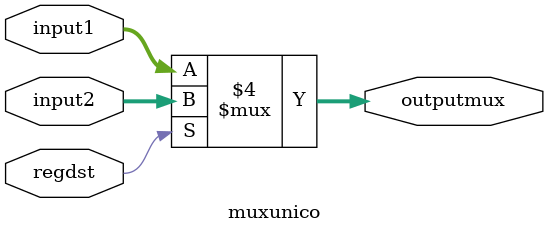
<source format=v>
module muxunico(
	input[4:0]input1,input2,
	input regdst,
	output reg[4:0]outputmux
);

always@*
begin
	if (regdst == 0)
		outputmux = input1;
	else
		outputmux = input2;
end

endmodule

</source>
